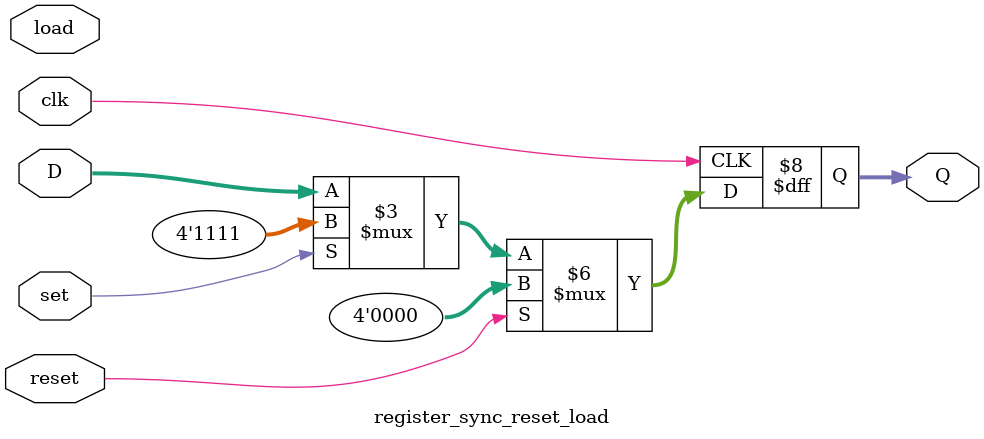
<source format=v>
`timescale 1ns / 1ps


module register_sync_reset_load(
    input [3:0] D,
    input clk,reset,load,set,
    output reg [3:0] Q
    );

always @(posedge clk)

    if (reset) Q <= 4'b0000; 
    else if (set) Q <= 4'hF;
    else  Q <= D; 

endmodule

/*
module lab6_1_22(
    input [3:0] D,
    input clk,
    input reset,
    input set,
    input load,
    output reg [3:0] Q
    );
    
    always @(posedge clk) 
        if (reset) 
            begin
                Q <= 4'b0; 
            end 
        else if (set) 
            begin
                Q <= 4'b1011; 
            end
        else if (load) 
            begin
                Q <= D; 
            end
endmodule

*/

</source>
